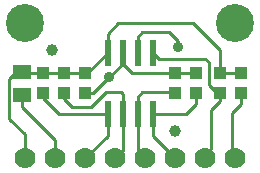
<source format=gbr>
G04 EAGLE Gerber RS-274X export*
G75*
%MOMM*%
%FSLAX34Y34*%
%LPD*%
%INTop Copper*%
%IPPOS*%
%AMOC8*
5,1,8,0,0,1.08239X$1,22.5*%
G01*
%ADD10R,1.000000X1.075000*%
%ADD11C,1.000000*%
%ADD12C,1.778000*%
%ADD13C,3.216000*%
%ADD14R,0.600000X2.200000*%
%ADD15R,1.500000X1.240000*%
%ADD16C,0.254000*%
%ADD17C,0.906400*%


D10*
X76200Y97400D03*
X76200Y80400D03*
D11*
X48260Y116840D03*
X152400Y48260D03*
D12*
X25400Y25400D03*
X50800Y25400D03*
X76200Y25400D03*
X101600Y25400D03*
X127000Y25400D03*
X152400Y25400D03*
X177800Y25400D03*
X203200Y25400D03*
D10*
X58420Y80400D03*
X58420Y97400D03*
X40640Y80400D03*
X40640Y97400D03*
X208280Y80400D03*
X208280Y97400D03*
X190500Y80400D03*
X190500Y97400D03*
X152400Y97400D03*
X152400Y80400D03*
X170180Y97400D03*
X170180Y80400D03*
D13*
X25400Y139700D03*
X203200Y139700D03*
D14*
X107950Y62900D03*
X107950Y114900D03*
X95250Y62900D03*
X120650Y62900D03*
X133350Y62900D03*
X95250Y114900D03*
X120650Y114900D03*
X133350Y114900D03*
D15*
X22860Y98400D03*
X22860Y79400D03*
D16*
X40640Y76200D02*
X53940Y62900D01*
X40640Y76200D02*
X40640Y80400D01*
X53940Y62900D02*
X95250Y62900D01*
X95250Y44450D01*
X76200Y25400D01*
X58420Y97400D02*
X40640Y97400D01*
X58420Y97400D02*
X76200Y97400D01*
X77750Y97400D01*
X95250Y114900D01*
X190500Y97400D02*
X208280Y97400D01*
X95250Y114900D02*
X95250Y130810D01*
X104140Y139700D01*
X167640Y139700D01*
X190500Y116840D02*
X190500Y106680D01*
X190500Y116840D02*
X167640Y139700D01*
X40640Y97400D02*
X23860Y97400D01*
X22860Y98400D01*
X25400Y45720D02*
X25400Y25400D01*
X12058Y59062D02*
X12058Y92678D01*
X12058Y59062D02*
X25400Y45720D01*
X22860Y98400D02*
X17780Y98400D01*
X12058Y92678D01*
X190500Y97400D02*
X190500Y106680D01*
X190500Y97400D02*
X190500Y97400D01*
X65160Y68580D02*
X58420Y75320D01*
X58420Y80400D01*
X93980Y81280D02*
X106680Y81280D01*
X107950Y80010D01*
X107950Y62900D01*
X81280Y68580D02*
X65160Y68580D01*
X81280Y68580D02*
X93980Y81280D01*
X107950Y62900D02*
X107950Y31750D01*
X101600Y25400D01*
X203200Y25400D02*
X203200Y27940D01*
X200660Y30480D01*
X200660Y63500D01*
X208280Y71120D01*
X208280Y80400D01*
X124460Y132080D02*
X120650Y128270D01*
X124460Y132080D02*
X147320Y132080D01*
X154940Y124460D02*
X154940Y119380D01*
D17*
X154940Y119380D03*
D16*
X154940Y124460D02*
X147320Y132080D01*
X120650Y128270D02*
X120650Y114900D01*
X190500Y80400D02*
X190500Y73660D01*
X182880Y66040D01*
X182880Y33020D01*
X177800Y27940D01*
X177800Y25400D01*
X187960Y80400D02*
X190500Y80400D01*
X187960Y80400D02*
X181022Y87338D01*
X181022Y106683D01*
X177885Y109820D01*
X138430Y109820D01*
X133350Y114900D01*
X82940Y80400D02*
X76200Y80400D01*
X107950Y105410D02*
X107950Y114900D01*
X96520Y93980D02*
X82940Y80400D01*
X96520Y93980D02*
X107950Y105410D01*
X152400Y97400D02*
X170180Y97400D01*
X152400Y97400D02*
X115960Y97400D01*
X107950Y105410D01*
D17*
X96520Y93980D03*
D16*
X22860Y79400D02*
X22860Y68580D01*
X50800Y40640D02*
X50800Y25400D01*
X50800Y40640D02*
X22860Y68580D01*
X133350Y62900D02*
X133350Y44450D01*
X152400Y25400D01*
X161960Y62900D02*
X133350Y62900D01*
X161960Y62900D02*
X170180Y71120D01*
X170180Y80400D01*
X120650Y62900D02*
X120650Y31750D01*
X127000Y25400D01*
X124460Y81280D02*
X151520Y81280D01*
X152400Y80400D01*
X124460Y81280D02*
X120650Y77470D01*
X120650Y62900D01*
M02*

</source>
